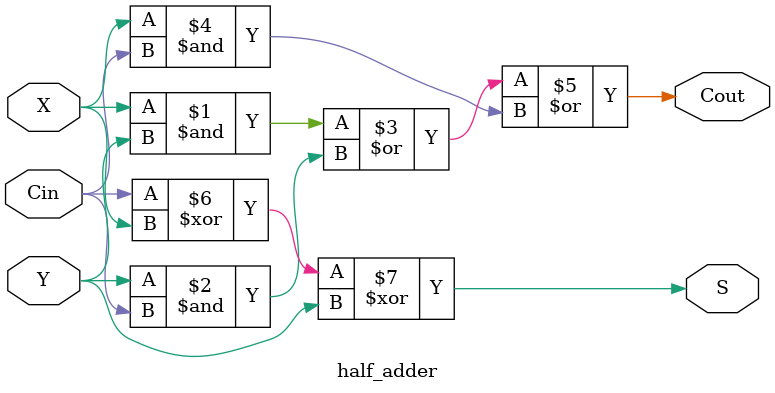
<source format=v>

`ifndef half_adder
	`define half_adder

module half_adder(X, Y, Cin, Cout, S);
  input X, Y, Cin;
  output Cout, S;

  assign Cout = (X & Y) | (Y & Cin) | (X & Cin);
  assign S = Cin ^ X ^ Y;
endmodule
`endif
</source>
